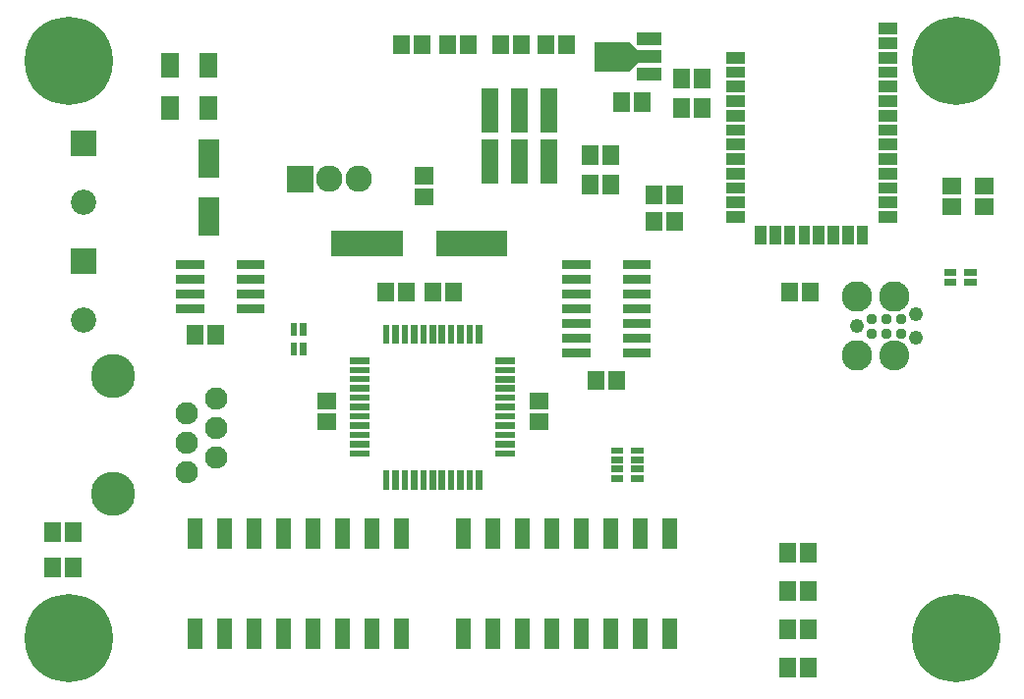
<source format=gbr>
G04 start of page 7 for group -4063 idx -4063 *
G04 Title: (unknown), componentmask *
G04 Creator: pcb 20140316 *
G04 CreationDate: Tue 26 Feb 2019 04:30:20 AM GMT UTC *
G04 For: railfan *
G04 Format: Gerber/RS-274X *
G04 PCB-Dimensions (mil): 3350.00 2300.00 *
G04 PCB-Coordinate-Origin: lower left *
%MOIN*%
%FSLAX25Y25*%
%LNTOPMASK*%
%ADD90R,0.0390X0.0390*%
%ADD89R,0.1005X0.1005*%
%ADD88C,0.0370*%
%ADD87R,0.0690X0.0690*%
%ADD86R,0.0610X0.0610*%
%ADD85R,0.0560X0.0560*%
%ADD84R,0.0438X0.0438*%
%ADD83R,0.0847X0.0847*%
%ADD82R,0.0217X0.0217*%
%ADD81R,0.0500X0.0500*%
%ADD80R,0.0227X0.0227*%
%ADD79R,0.0572X0.0572*%
%ADD78R,0.0300X0.0300*%
%ADD77C,0.0860*%
%ADD76C,0.1500*%
%ADD75C,0.0001*%
%ADD74C,0.0900*%
%ADD73C,0.0760*%
%ADD72C,0.2997*%
%ADD71C,0.0490*%
%ADD70C,0.1025*%
%ADD69C,0.1035*%
G54D69*X284500Y133000D03*
X297000D03*
G54D70*Y113000D03*
G54D69*X284500D03*
G54D71*Y123000D03*
X304500Y127000D03*
Y119000D03*
G54D72*X318000Y213000D03*
Y17000D03*
G54D73*X67000Y98500D03*
X57000Y93500D03*
X67000Y88500D03*
X57000Y83500D03*
G54D74*X115500Y173000D03*
X105500D03*
G54D75*G36*
X91000Y177500D02*Y168500D01*
X100000D01*
Y177500D01*
X91000D01*
G37*
G54D73*X67000Y78500D03*
X57000Y73500D03*
G54D76*X32000Y106000D03*
G54D72*X17000Y213000D03*
G54D75*G36*
X17700Y149300D02*Y140700D01*
X26300D01*
Y149300D01*
X17700D01*
G37*
G54D77*X22000Y125000D03*
G54D75*G36*
X17700Y189300D02*Y180700D01*
X26300D01*
Y189300D01*
X17700D01*
G37*
G54D77*X22000Y165000D03*
G54D76*X32000Y66000D03*
G54D72*X17000Y17000D03*
G54D78*X55000Y144000D02*X61500D01*
X55000Y139000D02*X61500D01*
X55000Y134000D02*X61500D01*
X75500Y129000D02*X82000D01*
X75500Y134000D02*X82000D01*
X75500Y139000D02*X82000D01*
X75500Y144000D02*X82000D01*
X55000Y129000D02*X61500D01*
G54D79*X59957Y120393D02*Y119607D01*
X67043Y120393D02*Y119607D01*
G54D80*X96575Y122783D02*Y120913D01*
X93425Y122783D02*Y120913D01*
Y116087D02*Y114217D01*
X96575Y116087D02*Y114217D01*
G54D81*X60000Y21150D02*Y15950D01*
X70000Y21150D02*Y15950D01*
X80000Y21150D02*Y15950D01*
X90000Y21150D02*Y15950D01*
X100000Y21150D02*Y15950D01*
X110000Y21150D02*Y15950D01*
X120000Y21150D02*Y15950D01*
X130000Y21150D02*Y15950D01*
X60000Y55050D02*Y49850D01*
X70000Y55050D02*Y49850D01*
X80000Y55050D02*Y49850D01*
X90000Y55050D02*Y49850D01*
X100000Y55050D02*Y49850D01*
X110000Y55050D02*Y49850D01*
X120000Y55050D02*Y49850D01*
X130000Y55050D02*Y49850D01*
G54D79*X11457Y53393D02*Y52607D01*
X18543Y53393D02*Y52607D01*
Y41393D02*Y40607D01*
X11457Y41393D02*Y40607D01*
G54D82*X156248Y122398D02*Y117972D01*
X153099Y122398D02*Y117972D01*
X149949Y122398D02*Y117972D01*
X146800Y122398D02*Y117972D01*
X143650Y122398D02*Y117972D01*
X140500Y122398D02*Y117972D01*
X137351Y122398D02*Y117972D01*
X134201Y122398D02*Y117972D01*
G54D83*X145843Y151000D02*X161591D01*
G54D79*X147543Y134893D02*Y134107D01*
X140457Y134893D02*Y134107D01*
G54D82*X131052Y122398D02*Y117972D01*
G54D79*X131543Y134893D02*Y134107D01*
G54D82*X127902Y122398D02*Y117972D01*
X124752Y122398D02*Y117972D01*
X113602Y111248D02*X118028D01*
G54D83*X110409Y151000D02*X126157D01*
G54D79*X124457Y134893D02*Y134107D01*
G54D82*X113602Y108099D02*X118028D01*
X113602Y104949D02*X118028D01*
X113602Y101800D02*X118028D01*
X113602Y98650D02*X118028D01*
X113602Y95500D02*X118028D01*
G54D79*X104107Y97543D02*X104893D01*
X104107Y90457D02*X104893D01*
G54D82*X113602Y92351D02*X118028D01*
X113602Y89201D02*X118028D01*
X113602Y86052D02*X118028D01*
X113602Y82902D02*X118028D01*
X113602Y79752D02*X118028D01*
X124752Y73028D02*Y68602D01*
X127901Y73028D02*Y68602D01*
X131051Y73028D02*Y68602D01*
X134200Y73028D02*Y68602D01*
X137350Y73028D02*Y68602D01*
X140500Y73028D02*Y68602D01*
X143649Y73028D02*Y68602D01*
X146799Y73028D02*Y68602D01*
X149948Y73028D02*Y68602D01*
X153098Y73028D02*Y68602D01*
X156248Y73028D02*Y68602D01*
G54D79*X204457Y199393D02*Y198607D01*
X193957Y181393D02*Y180607D01*
X201043Y181393D02*Y180607D01*
X193957Y171393D02*Y170607D01*
X201043Y171393D02*Y170607D01*
X211543Y199393D02*Y198607D01*
G54D84*X211890Y208594D02*X215984D01*
G54D79*X137107Y174043D02*X137893D01*
X137107Y166957D02*X137893D01*
G54D85*X160000Y183504D02*Y174016D01*
Y200984D02*Y191496D01*
X170000Y183504D02*Y174016D01*
X180000Y183504D02*Y174016D01*
Y200984D02*Y191496D01*
X170000Y200984D02*Y191496D01*
G54D86*X51500Y212500D02*Y210500D01*
X64500Y212500D02*Y210500D01*
Y198000D02*Y196000D01*
G54D87*Y182992D02*Y176693D01*
Y163307D02*Y157008D01*
G54D86*X51500Y198000D02*Y196000D01*
G54D79*X137043Y218893D02*Y218107D01*
X129957Y218893D02*Y218107D01*
X152543Y218893D02*Y218107D01*
X145457Y218893D02*Y218107D01*
X178957Y218893D02*Y218107D01*
X186043Y218893D02*Y218107D01*
X163457Y218893D02*Y218107D01*
X170543Y218893D02*Y218107D01*
G54D80*X202217Y80724D02*X204087D01*
X202217Y77575D02*X204087D01*
G54D81*X201000Y55050D02*Y49850D01*
G54D80*X202217Y74425D02*X204087D01*
X202217Y71276D02*X204087D01*
X208913D02*X210783D01*
X208913Y74425D02*X210783D01*
X208913Y77575D02*X210783D01*
X208913Y80724D02*X210783D01*
G54D81*X211000Y55050D02*Y49850D01*
X221000Y55050D02*Y49850D01*
X151000Y21150D02*Y15950D01*
Y55050D02*Y49850D01*
X161000Y21150D02*Y15950D01*
Y55050D02*Y49850D01*
X171000Y55050D02*Y49850D01*
X181000Y55050D02*Y49850D01*
X191000Y55050D02*Y49850D01*
X171000Y21150D02*Y15950D01*
X181000Y21150D02*Y15950D01*
X191000Y21150D02*Y15950D01*
X201000Y21150D02*Y15950D01*
X211000Y21150D02*Y15950D01*
X221000Y21150D02*Y15950D01*
G54D79*X268043Y7393D02*Y6607D01*
X260957Y7393D02*Y6607D01*
X268043Y20393D02*Y19607D01*
X260957Y20393D02*Y19607D01*
X268043Y33393D02*Y32607D01*
X260957Y33393D02*Y32607D01*
X268043Y46393D02*Y45607D01*
X260957Y46393D02*Y45607D01*
G54D82*X162972Y79752D02*X167398D01*
X162972Y82901D02*X167398D01*
X162972Y86051D02*X167398D01*
X162972Y89200D02*X167398D01*
X162972Y92350D02*X167398D01*
X162972Y95500D02*X167398D01*
X162972Y98649D02*X167398D01*
X162972Y101799D02*X167398D01*
X162972Y104948D02*X167398D01*
X162972Y108098D02*X167398D01*
X162972Y111248D02*X167398D01*
G54D79*X176107Y90457D02*X176893D01*
X176107Y97543D02*X176893D01*
G54D78*X206500Y114000D02*X213000D01*
G54D79*X203043Y104893D02*Y104107D01*
X195957Y104893D02*Y104107D01*
G54D78*X206500Y119000D02*X213000D01*
X206500Y124000D02*X213000D01*
X206500Y129000D02*X213000D01*
X206500Y134000D02*X213000D01*
X206500Y139000D02*X213000D01*
X206500Y144000D02*X213000D01*
X186000D02*X192500D01*
X186000Y139000D02*X192500D01*
X186000Y134000D02*X192500D01*
X186000Y129000D02*X192500D01*
X186000Y124000D02*X192500D01*
X186000Y119000D02*X192500D01*
X186000Y114000D02*X192500D01*
G54D88*X289500Y120500D03*
Y125500D03*
X294500Y120500D03*
Y125500D03*
X299500Y120500D03*
Y125500D03*
G54D80*X321913Y137925D02*X323783D01*
X321913Y141075D02*X323783D01*
X315217D02*X317087D01*
X315217Y137925D02*X317087D01*
G54D79*X261457Y134893D02*Y134107D01*
X268543Y134893D02*Y134107D01*
G54D84*X204174Y214500D02*X215984D01*
G54D89*X200550D02*X202440D01*
G54D75*G36*
X205321Y211195D02*X208585Y214459D01*
X210429Y212615D01*
X207165Y209351D01*
X205321Y211195D01*
G37*
G36*
X207165Y219649D02*X210429Y216385D01*
X208585Y214541D01*
X205321Y217805D01*
X207165Y219649D01*
G37*
G54D84*X211890Y220406D02*X215984D01*
G54D90*X242000Y214146D02*X244402D01*
X242000Y209224D02*X244402D01*
X242000Y204303D02*X244402D01*
G54D79*X232043Y207393D02*Y206607D01*
X224957Y207393D02*Y206607D01*
X232043Y197393D02*Y196607D01*
X224957Y197393D02*Y196607D01*
G54D90*X242000Y199382D02*X244402D01*
X242000Y194461D02*X244402D01*
X242000Y189539D02*X244402D01*
X242000Y184618D02*X244402D01*
X242000Y179697D02*X244402D01*
X242000Y174776D02*X244402D01*
X242000Y169854D02*X244402D01*
X242000Y164933D02*X244402D01*
X242000Y160012D02*X244402D01*
X251776Y155150D02*Y152752D01*
X256697Y155150D02*Y152752D01*
X261618Y155150D02*Y152752D01*
X266539Y155150D02*Y152752D01*
X271461Y155150D02*Y152752D01*
G54D79*X222543Y158893D02*Y158107D01*
X215457Y158893D02*Y158107D01*
X222543Y167893D02*Y167107D01*
X215457Y167893D02*Y167107D01*
G54D90*X293598Y164933D02*X296000D01*
X293598Y169854D02*X296000D01*
X293598Y174776D02*X296000D01*
X293598Y179697D02*X296000D01*
X293598Y184618D02*X296000D01*
X293598Y189539D02*X296000D01*
X293598Y194461D02*X296000D01*
X293598Y199382D02*X296000D01*
X293598Y204303D02*X296000D01*
X293598Y209224D02*X296000D01*
X293598Y214146D02*X296000D01*
X293598Y219067D02*X296000D01*
X293598Y223988D02*X296000D01*
X276382Y155150D02*Y152752D01*
X281303Y155150D02*Y152752D01*
X286224Y155150D02*Y152752D01*
X293598Y160012D02*X296000D01*
G54D79*X316107Y170543D02*X316893D01*
X316107Y163457D02*X316893D01*
X327107Y170543D02*X327893D01*
X327107Y163457D02*X327893D01*
M02*

</source>
